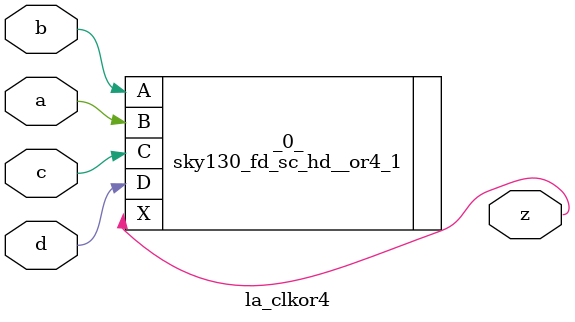
<source format=v>

/* Generated by Yosys 0.37 (git sha1 a5c7f69ed, clang 14.0.0-1ubuntu1.1 -fPIC -Os) */

module la_clkor4(a, b, c, d, z);
  input a;
  wire a;
  input b;
  wire b;
  input c;
  wire c;
  input d;
  wire d;
  output z;
  wire z;
  sky130_fd_sc_hd__or4_1 _0_ (
    .A(b),
    .B(a),
    .C(c),
    .D(d),
    .X(z)
  );
endmodule

</source>
